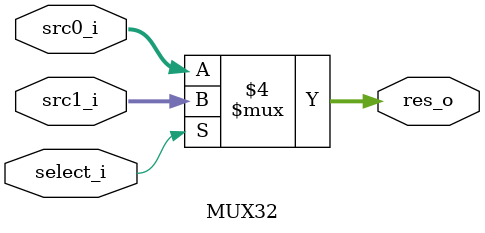
<source format=v>
`timescale 1ns/1ps

module MUX32 (
    input  wire [31:0] src0_i,
    input  wire [31:0] src1_i,
    input  wire        select_i,
    output reg  [31:0] res_o
);

    always @(*) begin
        if (select_i == 1'b0) begin
            res_o = src0_i;
        end
        else begin
            res_o = src1_i;
        end
    end

endmodule

</source>
